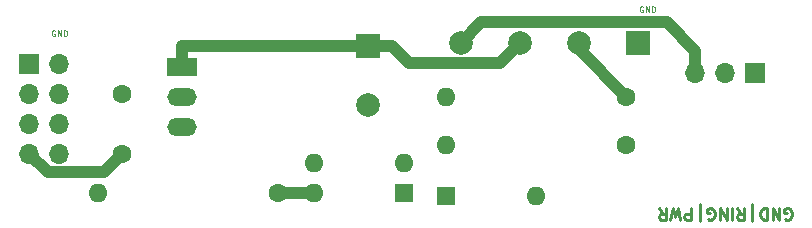
<source format=gbr>
%TF.GenerationSoftware,KiCad,Pcbnew,(5.1.10)-1*%
%TF.CreationDate,2021-06-06T12:15:37+02:00*%
%TF.ProjectId,smart-telefon,736d6172-742d-4746-956c-65666f6e2e6b,1.*%
%TF.SameCoordinates,Original*%
%TF.FileFunction,Copper,L1,Top*%
%TF.FilePolarity,Positive*%
%FSLAX46Y46*%
G04 Gerber Fmt 4.6, Leading zero omitted, Abs format (unit mm)*
G04 Created by KiCad (PCBNEW (5.1.10)-1) date 2021-06-06 12:15:37*
%MOMM*%
%LPD*%
G01*
G04 APERTURE LIST*
%TA.AperFunction,NonConductor*%
%ADD10C,0.125000*%
%TD*%
%TA.AperFunction,NonConductor*%
%ADD11C,0.100000*%
%TD*%
%TA.AperFunction,NonConductor*%
%ADD12C,0.250000*%
%TD*%
%TA.AperFunction,ComponentPad*%
%ADD13O,1.700000X1.700000*%
%TD*%
%TA.AperFunction,ComponentPad*%
%ADD14R,1.700000X1.700000*%
%TD*%
%TA.AperFunction,ComponentPad*%
%ADD15R,2.000000X2.000000*%
%TD*%
%TA.AperFunction,ComponentPad*%
%ADD16C,2.000000*%
%TD*%
%TA.AperFunction,ComponentPad*%
%ADD17C,1.600000*%
%TD*%
%TA.AperFunction,ComponentPad*%
%ADD18R,1.600000X1.600000*%
%TD*%
%TA.AperFunction,ComponentPad*%
%ADD19O,1.600000X1.600000*%
%TD*%
%TA.AperFunction,ComponentPad*%
%ADD20R,2.500000X1.500000*%
%TD*%
%TA.AperFunction,ComponentPad*%
%ADD21O,2.500000X1.500000*%
%TD*%
%TA.AperFunction,Conductor*%
%ADD22C,1.000000*%
%TD*%
G04 APERTURE END LIST*
D10*
X88519047Y-63504000D02*
X88471428Y-63480190D01*
X88400000Y-63480190D01*
X88328571Y-63504000D01*
X88280952Y-63551619D01*
X88257142Y-63599238D01*
X88233333Y-63694476D01*
X88233333Y-63765904D01*
X88257142Y-63861142D01*
X88280952Y-63908761D01*
X88328571Y-63956380D01*
X88400000Y-63980190D01*
X88447619Y-63980190D01*
X88519047Y-63956380D01*
X88542857Y-63932571D01*
X88542857Y-63765904D01*
X88447619Y-63765904D01*
X88757142Y-63980190D02*
X88757142Y-63480190D01*
X89042857Y-63980190D01*
X89042857Y-63480190D01*
X89280952Y-63980190D02*
X89280952Y-63480190D01*
X89400000Y-63480190D01*
X89471428Y-63504000D01*
X89519047Y-63551619D01*
X89542857Y-63599238D01*
X89566666Y-63694476D01*
X89566666Y-63765904D01*
X89542857Y-63861142D01*
X89519047Y-63908761D01*
X89471428Y-63956380D01*
X89400000Y-63980190D01*
X89280952Y-63980190D01*
D11*
X138303047Y-61472000D02*
X138255428Y-61448190D01*
X138184000Y-61448190D01*
X138112571Y-61472000D01*
X138064952Y-61519619D01*
X138041142Y-61567238D01*
X138017333Y-61662476D01*
X138017333Y-61733904D01*
X138041142Y-61829142D01*
X138064952Y-61876761D01*
X138112571Y-61924380D01*
X138184000Y-61948190D01*
X138231619Y-61948190D01*
X138303047Y-61924380D01*
X138326857Y-61900571D01*
X138326857Y-61733904D01*
X138231619Y-61733904D01*
X138541142Y-61948190D02*
X138541142Y-61448190D01*
X138826857Y-61948190D01*
X138826857Y-61448190D01*
X139064952Y-61948190D02*
X139064952Y-61448190D01*
X139184000Y-61448190D01*
X139255428Y-61472000D01*
X139303047Y-61519619D01*
X139326857Y-61567238D01*
X139350666Y-61662476D01*
X139350666Y-61733904D01*
X139326857Y-61829142D01*
X139303047Y-61876761D01*
X139255428Y-61924380D01*
X139184000Y-61948190D01*
X139064952Y-61948190D01*
D12*
X150335619Y-79494000D02*
X150430857Y-79541619D01*
X150573714Y-79541619D01*
X150716571Y-79494000D01*
X150811809Y-79398761D01*
X150859428Y-79303523D01*
X150907047Y-79113047D01*
X150907047Y-78970190D01*
X150859428Y-78779714D01*
X150811809Y-78684476D01*
X150716571Y-78589238D01*
X150573714Y-78541619D01*
X150478476Y-78541619D01*
X150335619Y-78589238D01*
X150288000Y-78636857D01*
X150288000Y-78970190D01*
X150478476Y-78970190D01*
X149859428Y-78541619D02*
X149859428Y-79541619D01*
X149288000Y-78541619D01*
X149288000Y-79541619D01*
X148811809Y-78541619D02*
X148811809Y-79541619D01*
X148573714Y-79541619D01*
X148430857Y-79494000D01*
X148335619Y-79398761D01*
X148288000Y-79303523D01*
X148240380Y-79113047D01*
X148240380Y-78970190D01*
X148288000Y-78779714D01*
X148335619Y-78684476D01*
X148430857Y-78589238D01*
X148573714Y-78541619D01*
X148811809Y-78541619D01*
X147573714Y-78208285D02*
X147573714Y-79636857D01*
X146288000Y-78541619D02*
X146621333Y-79017809D01*
X146859428Y-78541619D02*
X146859428Y-79541619D01*
X146478476Y-79541619D01*
X146383238Y-79494000D01*
X146335619Y-79446380D01*
X146288000Y-79351142D01*
X146288000Y-79208285D01*
X146335619Y-79113047D01*
X146383238Y-79065428D01*
X146478476Y-79017809D01*
X146859428Y-79017809D01*
X145859428Y-78541619D02*
X145859428Y-79541619D01*
X145383238Y-78541619D02*
X145383238Y-79541619D01*
X144811809Y-78541619D01*
X144811809Y-79541619D01*
X143811809Y-79494000D02*
X143907047Y-79541619D01*
X144049904Y-79541619D01*
X144192761Y-79494000D01*
X144288000Y-79398761D01*
X144335619Y-79303523D01*
X144383238Y-79113047D01*
X144383238Y-78970190D01*
X144335619Y-78779714D01*
X144288000Y-78684476D01*
X144192761Y-78589238D01*
X144049904Y-78541619D01*
X143954666Y-78541619D01*
X143811809Y-78589238D01*
X143764190Y-78636857D01*
X143764190Y-78970190D01*
X143954666Y-78970190D01*
X143097523Y-78208285D02*
X143097523Y-79636857D01*
X142383238Y-78541619D02*
X142383238Y-79541619D01*
X142002285Y-79541619D01*
X141907047Y-79494000D01*
X141859428Y-79446380D01*
X141811809Y-79351142D01*
X141811809Y-79208285D01*
X141859428Y-79113047D01*
X141907047Y-79065428D01*
X142002285Y-79017809D01*
X142383238Y-79017809D01*
X141478476Y-79541619D02*
X141240380Y-78541619D01*
X141049904Y-79255904D01*
X140859428Y-78541619D01*
X140621333Y-79541619D01*
X139668952Y-78541619D02*
X140002285Y-79017809D01*
X140240380Y-78541619D02*
X140240380Y-79541619D01*
X139859428Y-79541619D01*
X139764190Y-79494000D01*
X139716571Y-79446380D01*
X139668952Y-79351142D01*
X139668952Y-79208285D01*
X139716571Y-79113047D01*
X139764190Y-79065428D01*
X139859428Y-79017809D01*
X140240380Y-79017809D01*
D13*
%TO.P,J1,3*%
%TO.N,/POWER*%
X142748000Y-67056000D03*
%TO.P,J1,2*%
%TO.N,/RING*%
X145288000Y-67056000D03*
D14*
%TO.P,J1,1*%
%TO.N,/GND2*%
X147828000Y-67056000D03*
%TD*%
D15*
%TO.P,C1,1*%
%TO.N,Net-(C1-Pad1)*%
X115062000Y-64770000D03*
D16*
%TO.P,C1,2*%
%TO.N,/GND*%
X115062000Y-69770000D03*
%TD*%
D17*
%TO.P,C2,1*%
%TO.N,/VCC*%
X94234000Y-73914000D03*
%TO.P,C2,2*%
%TO.N,/GND*%
X94234000Y-68914000D03*
%TD*%
D18*
%TO.P,D2,1*%
%TO.N,Net-(D2-Pad1)*%
X121666000Y-77470000D03*
D19*
%TO.P,D2,2*%
%TO.N,/GND2*%
X129286000Y-77470000D03*
%TD*%
D14*
%TO.P,J2,1*%
%TO.N,/TX*%
X86360000Y-66294000D03*
D13*
%TO.P,J2,2*%
%TO.N,/GND*%
X88900000Y-66294000D03*
%TO.P,J2,3*%
%TO.N,/CH_PD*%
X86360000Y-68834000D03*
%TO.P,J2,4*%
%TO.N,/GPIO2*%
X88900000Y-68834000D03*
%TO.P,J2,5*%
%TO.N,/RST*%
X86360000Y-71374000D03*
%TO.P,J2,6*%
%TO.N,/GPIO0*%
X88900000Y-71374000D03*
%TO.P,J2,7*%
%TO.N,/VCC*%
X86360000Y-73914000D03*
%TO.P,J2,8*%
%TO.N,/RX*%
X88900000Y-73914000D03*
%TD*%
D17*
%TO.P,R1,1*%
%TO.N,/RING*%
X136906000Y-73152000D03*
D19*
%TO.P,R1,2*%
%TO.N,Net-(D2-Pad1)*%
X121666000Y-73152000D03*
%TD*%
%TO.P,R2,2*%
%TO.N,Net-(R2-Pad2)*%
X121666000Y-69088000D03*
D17*
%TO.P,R2,1*%
%TO.N,/GND2*%
X136906000Y-69088000D03*
%TD*%
%TO.P,R3,1*%
%TO.N,Net-(R3-Pad1)*%
X107442000Y-77216000D03*
D19*
%TO.P,R3,2*%
%TO.N,/RST*%
X92202000Y-77216000D03*
%TD*%
D20*
%TO.P,U1,1*%
%TO.N,Net-(C1-Pad1)*%
X99314000Y-66548000D03*
D21*
%TO.P,U1,2*%
%TO.N,/GND*%
X99314000Y-69088000D03*
%TO.P,U1,3*%
%TO.N,/VCC*%
X99314000Y-71628000D03*
%TD*%
D18*
%TO.P,U2,1*%
%TO.N,Net-(D2-Pad1)*%
X118110000Y-77216000D03*
D19*
%TO.P,U2,3*%
%TO.N,/GND*%
X110490000Y-74676000D03*
%TO.P,U2,2*%
%TO.N,Net-(R2-Pad2)*%
X118110000Y-74676000D03*
%TO.P,U2,4*%
%TO.N,Net-(R3-Pad1)*%
X110490000Y-77216000D03*
%TD*%
D16*
%TO.P,D1,4*%
%TO.N,/POWER*%
X122922000Y-64516000D03*
%TO.P,D1,3*%
%TO.N,Net-(C1-Pad1)*%
X127922000Y-64516000D03*
%TO.P,D1,2*%
%TO.N,/GND2*%
X132922000Y-64516000D03*
D15*
%TO.P,D1,1*%
%TO.N,/GND*%
X137922000Y-64516000D03*
%TD*%
D22*
%TO.N,Net-(C1-Pad1)*%
X115062000Y-64770000D02*
X117062000Y-64770000D01*
X127922000Y-64516000D02*
X126197500Y-66240500D01*
X126197500Y-66240500D02*
X118532500Y-66240500D01*
X118532500Y-66240500D02*
X117062000Y-64770000D01*
X115062000Y-64770000D02*
X113062000Y-64770000D01*
X99314000Y-66548000D02*
X99314000Y-64798000D01*
X99314000Y-64798000D02*
X113034000Y-64798000D01*
X113034000Y-64798000D02*
X113062000Y-64770000D01*
%TO.N,/VCC*%
X94234000Y-73914000D02*
X92678800Y-75469200D01*
X92678800Y-75469200D02*
X87915200Y-75469200D01*
X87915200Y-75469200D02*
X86360000Y-73914000D01*
%TO.N,Net-(R3-Pad1)*%
X110490000Y-77216000D02*
X107442000Y-77216000D01*
%TO.N,/POWER*%
X142748000Y-67056000D02*
X142748000Y-65206000D01*
X122922000Y-64516000D02*
X124622400Y-62815600D01*
X124622400Y-62815600D02*
X140357600Y-62815600D01*
X140357600Y-62815600D02*
X142748000Y-65206000D01*
%TO.N,/GND2*%
X132922000Y-64516000D02*
X132922000Y-65104000D01*
X132922000Y-65104000D02*
X136906000Y-69088000D01*
%TD*%
M02*

</source>
